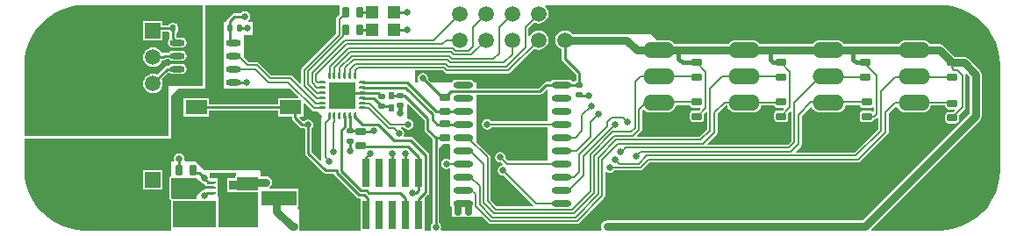
<source format=gtl>
G04 Layer_Physical_Order=1*
G04 Layer_Color=255*
%FSLAX23Y23*%
%MOIN*%
G70*
G01*
G75*
G04:AMPARAMS|DCode=10|XSize=29mil|YSize=39mil|CornerRadius=6mil|HoleSize=0mil|Usage=FLASHONLY|Rotation=0.000|XOffset=0mil|YOffset=0mil|HoleType=Round|Shape=RoundedRectangle|*
%AMROUNDEDRECTD10*
21,1,0.029,0.028,0,0,0.0*
21,1,0.017,0.039,0,0,0.0*
1,1,0.012,0.009,-0.014*
1,1,0.012,-0.009,-0.014*
1,1,0.012,-0.009,0.014*
1,1,0.012,0.009,0.014*
%
%ADD10ROUNDEDRECTD10*%
%ADD11R,0.048X0.048*%
G04:AMPARAMS|DCode=12|XSize=22mil|YSize=24mil|CornerRadius=4mil|HoleSize=0mil|Usage=FLASHONLY|Rotation=270.000|XOffset=0mil|YOffset=0mil|HoleType=Round|Shape=RoundedRectangle|*
%AMROUNDEDRECTD12*
21,1,0.022,0.015,0,0,270.0*
21,1,0.013,0.024,0,0,270.0*
1,1,0.009,-0.008,-0.007*
1,1,0.009,-0.008,0.007*
1,1,0.009,0.008,0.007*
1,1,0.009,0.008,-0.007*
%
%ADD12ROUNDEDRECTD12*%
G04:AMPARAMS|DCode=13|XSize=29mil|YSize=39mil|CornerRadius=6mil|HoleSize=0mil|Usage=FLASHONLY|Rotation=270.000|XOffset=0mil|YOffset=0mil|HoleType=Round|Shape=RoundedRectangle|*
%AMROUNDEDRECTD13*
21,1,0.029,0.028,0,0,270.0*
21,1,0.017,0.039,0,0,270.0*
1,1,0.012,-0.014,-0.009*
1,1,0.012,-0.014,0.009*
1,1,0.012,0.014,0.009*
1,1,0.012,0.014,-0.009*
%
%ADD13ROUNDEDRECTD13*%
%ADD14O,0.075X0.024*%
G04:AMPARAMS|DCode=15|XSize=22mil|YSize=24mil|CornerRadius=4mil|HoleSize=0mil|Usage=FLASHONLY|Rotation=0.000|XOffset=0mil|YOffset=0mil|HoleType=Round|Shape=RoundedRectangle|*
%AMROUNDEDRECTD15*
21,1,0.022,0.015,0,0,0.0*
21,1,0.013,0.024,0,0,0.0*
1,1,0.009,0.007,-0.008*
1,1,0.009,-0.007,-0.008*
1,1,0.009,-0.007,0.008*
1,1,0.009,0.007,0.008*
%
%ADD15ROUNDEDRECTD15*%
%ADD16O,0.057X0.024*%
%ADD17R,0.083X0.055*%
%ADD18R,0.030X0.110*%
G04:AMPARAMS|DCode=19|XSize=52mil|YSize=60mil|CornerRadius=13mil|HoleSize=0mil|Usage=FLASHONLY|Rotation=180.000|XOffset=0mil|YOffset=0mil|HoleType=Round|Shape=RoundedRectangle|*
%AMROUNDEDRECTD19*
21,1,0.052,0.034,0,0,180.0*
21,1,0.026,0.060,0,0,180.0*
1,1,0.026,-0.013,0.017*
1,1,0.026,0.013,0.017*
1,1,0.026,0.013,-0.017*
1,1,0.026,-0.013,-0.017*
%
%ADD19ROUNDEDRECTD19*%
%ADD20R,0.067X0.043*%
%ADD21R,0.134X0.055*%
%ADD22R,0.035X0.063*%
%ADD23R,0.020X0.011*%
%ADD24R,0.024X0.031*%
%ADD25O,0.030X0.010*%
%ADD26O,0.010X0.030*%
%ADD27R,0.100X0.100*%
%ADD28R,0.083X0.065*%
%ADD29C,0.030*%
%ADD30C,0.008*%
%ADD31C,0.010*%
%ADD32C,0.025*%
%ADD33C,0.015*%
%ADD34C,0.059*%
%ADD35R,0.059X0.059*%
%ADD36R,0.059X0.059*%
%ADD37O,0.120X0.060*%
%ADD38C,0.197*%
%ADD39C,0.025*%
G36*
X250Y853D02*
X700D01*
Y640D01*
Y545D01*
X570D01*
Y355D01*
X22D01*
Y625D01*
X22Y626D01*
X24Y655D01*
X30Y684D01*
X39Y712D01*
X53Y739D01*
X69Y764D01*
X89Y786D01*
X111Y806D01*
X136Y822D01*
X163Y836D01*
X191Y845D01*
X220Y851D01*
X249Y853D01*
X250Y853D01*
D02*
G37*
G36*
X1115Y453D02*
X1119Y450D01*
X1123Y450D01*
X1123Y450D01*
X1135D01*
X1155Y430D01*
X1150Y425D01*
Y264D01*
X1145Y262D01*
X1112Y295D01*
Y383D01*
X1114Y384D01*
X1118Y391D01*
X1120Y398D01*
X1118Y406D01*
X1114Y412D01*
X1108Y417D01*
X1100Y418D01*
X1092Y417D01*
X1086Y412D01*
X1080Y412D01*
X1067Y425D01*
X1069Y430D01*
X1082D01*
Y480D01*
X1086Y482D01*
X1115Y453D01*
D02*
G37*
G36*
X3614Y579D02*
Y441D01*
X3208Y34D01*
X2235D01*
X2226Y33D01*
X2219Y28D01*
X2214Y21D01*
X2213Y12D01*
X2214Y3D01*
X2215Y2D01*
X2213Y-3D01*
X1605D01*
X1603Y2D01*
X1603Y2D01*
X1605Y10D01*
X1603Y18D01*
X1599Y24D01*
X1597Y25D01*
Y308D01*
X1615Y326D01*
X1634D01*
X1635Y327D01*
X1640Y323D01*
Y269D01*
X1635Y267D01*
X1633Y268D01*
X1625Y270D01*
X1617Y268D01*
X1611Y264D01*
X1607Y258D01*
X1605Y250D01*
X1607Y242D01*
X1611Y236D01*
X1617Y232D01*
X1625Y230D01*
X1633Y232D01*
X1635Y233D01*
X1640Y231D01*
Y120D01*
Y90D01*
X1645Y85D01*
Y55D01*
Y50D01*
X1760D01*
X1778Y32D01*
X1778D01*
X1786Y24D01*
X1786Y24D01*
X1790Y22D01*
X1794Y21D01*
X1794Y21D01*
X2121D01*
X2121Y21D01*
X2125Y22D01*
X2129Y24D01*
X2224Y120D01*
X2224Y120D01*
X2227Y124D01*
X2228Y128D01*
X2228Y128D01*
Y219D01*
X2231Y220D01*
X2233Y221D01*
X2239Y217D01*
X2246Y215D01*
X2254Y217D01*
X2261Y221D01*
X2262Y224D01*
X2361D01*
X2361Y224D01*
X2366Y225D01*
X2369Y227D01*
X2397Y255D01*
X3189D01*
X3189Y255D01*
X3194Y255D01*
X3197Y258D01*
X3301Y362D01*
X3301Y362D01*
X3304Y365D01*
X3305Y370D01*
X3305Y370D01*
Y442D01*
X3332Y468D01*
X3337Y467D01*
X3339Y463D01*
X3345Y455D01*
X3353Y449D01*
X3362Y446D01*
X3371Y444D01*
X3431D01*
X3441Y446D01*
X3450Y449D01*
X3458Y455D01*
X3464Y463D01*
X3467Y471D01*
X3520D01*
Y470D01*
X3521Y465D01*
X3523Y461D01*
X3528Y458D01*
X3533Y457D01*
X3555D01*
X3557Y452D01*
X3552Y447D01*
X3533D01*
X3528Y446D01*
X3523Y443D01*
X3521Y439D01*
X3520Y434D01*
Y416D01*
X3521Y411D01*
X3523Y407D01*
X3528Y404D01*
X3533Y403D01*
X3560D01*
X3565Y404D01*
X3570Y407D01*
X3572Y411D01*
X3573Y416D01*
Y434D01*
X3573Y436D01*
X3593Y456D01*
X3593Y456D01*
X3596Y460D01*
X3597Y464D01*
X3597Y464D01*
Y589D01*
X3602Y592D01*
X3614Y579D01*
D02*
G37*
G36*
X1542Y416D02*
Y380D01*
X1543Y376D01*
X1546Y372D01*
X1573Y345D01*
Y313D01*
Y25D01*
X1571Y24D01*
X1567Y18D01*
X1565Y10D01*
X1567Y2D01*
X1567Y2D01*
X1565Y-3D01*
X1542D01*
Y117D01*
X1542Y117D01*
X1542D01*
X1544Y121D01*
X1555Y133D01*
X1558Y137D01*
X1559Y142D01*
Y283D01*
X1558Y288D01*
X1555Y292D01*
X1499Y349D01*
X1495Y351D01*
X1490Y352D01*
X1465D01*
X1463Y357D01*
X1463Y357D01*
X1465Y365D01*
X1463Y373D01*
X1459Y379D01*
X1453Y383D01*
X1451Y384D01*
X1451Y389D01*
X1464D01*
X1466Y386D01*
X1472Y382D01*
X1480Y380D01*
X1488Y382D01*
X1494Y386D01*
X1498Y392D01*
X1500Y400D01*
X1498Y408D01*
X1494Y414D01*
X1488Y418D01*
X1480Y420D01*
X1480Y420D01*
X1475Y424D01*
Y477D01*
X1480Y479D01*
X1542Y416D01*
D02*
G37*
G36*
X825Y205D02*
X825Y205D01*
X823Y203D01*
X823Y200D01*
Y195D01*
X792D01*
Y143D01*
X829D01*
X829Y143D01*
X909D01*
Y110D01*
X910D01*
Y10D01*
X760D01*
Y125D01*
X755D01*
Y185D01*
Y194D01*
X725D01*
Y215D01*
X825D01*
Y205D01*
D02*
G37*
G36*
X750Y10D02*
X585D01*
Y110D01*
X750D01*
Y10D01*
D02*
G37*
G36*
X680Y191D02*
Y190D01*
X685Y185D01*
X691Y181D01*
X691Y181D01*
X697Y177D01*
X698Y177D01*
X712Y167D01*
X717Y165D01*
X741Y165D01*
X746Y161D01*
Y159D01*
X741Y155D01*
X712Y155D01*
X691Y146D01*
X675Y130D01*
X675Y117D01*
X585D01*
X580Y121D01*
Y195D01*
X676Y195D01*
X680Y191D01*
D02*
G37*
G36*
X910Y180D02*
X909D01*
Y150D01*
X829D01*
Y153D01*
X800D01*
Y187D01*
X829D01*
Y190D01*
X830D01*
Y200D01*
X910D01*
Y180D01*
D02*
G37*
G36*
X2010Y531D02*
Y411D01*
X1796D01*
X1794Y414D01*
X1788Y418D01*
X1780Y420D01*
X1772Y418D01*
X1766Y414D01*
X1762Y408D01*
X1760Y400D01*
X1762Y392D01*
X1766Y386D01*
X1772Y382D01*
X1780Y380D01*
X1788Y382D01*
X1794Y386D01*
X1796Y389D01*
X2010D01*
Y261D01*
X1860D01*
X1849Y272D01*
X1850Y275D01*
X1848Y283D01*
X1844Y289D01*
X1838Y293D01*
X1830Y295D01*
X1822Y293D01*
X1816Y289D01*
X1812Y283D01*
X1810Y275D01*
X1812Y267D01*
X1816Y261D01*
X1822Y257D01*
X1830Y255D01*
X1833Y256D01*
X1839Y250D01*
X1838Y244D01*
X1832Y243D01*
X1826Y239D01*
X1822Y233D01*
X1820Y225D01*
X1822Y217D01*
X1826Y211D01*
X1832Y207D01*
X1840Y205D01*
X1843Y206D01*
X1956Y93D01*
X1954Y88D01*
X1817D01*
X1793Y113D01*
Y274D01*
X1793Y274D01*
X1792Y278D01*
X1789Y282D01*
X1740Y331D01*
Y513D01*
X1980D01*
X1985Y514D01*
X1989Y516D01*
X2005Y533D01*
X2010Y531D01*
D02*
G37*
G36*
X1220Y818D02*
X1210Y807D01*
X1207Y804D01*
X1206Y799D01*
X1206Y799D01*
Y745D01*
X1077Y615D01*
X1075Y612D01*
X1074Y607D01*
X1074Y607D01*
Y557D01*
X1069Y555D01*
X1041Y583D01*
X1037Y585D01*
X1033Y586D01*
X1033Y586D01*
X960D01*
X913Y633D01*
X909Y635D01*
X905Y636D01*
X905Y636D01*
X875D01*
X855Y656D01*
Y665D01*
Y740D01*
X890D01*
Y790D01*
X874D01*
X873Y795D01*
X874Y796D01*
X878Y802D01*
X880Y810D01*
X878Y818D01*
X874Y824D01*
X868Y828D01*
X860Y830D01*
X852Y828D01*
X846Y824D01*
X845Y822D01*
X820D01*
X815Y821D01*
X811Y819D01*
X793Y800D01*
X790Y796D01*
X789Y791D01*
Y790D01*
X780D01*
Y535D01*
X1033Y535D01*
X1064Y504D01*
X1062Y500D01*
X985D01*
Y477D01*
X723D01*
Y500D01*
X627D01*
Y430D01*
X723D01*
Y453D01*
X985D01*
Y430D01*
X1038D01*
Y425D01*
X1039Y420D01*
X1041Y416D01*
X1068Y390D01*
X1072Y387D01*
X1077Y386D01*
X1085D01*
X1086Y384D01*
X1088Y383D01*
Y290D01*
X1089Y285D01*
X1091Y281D01*
X1156Y216D01*
X1160Y214D01*
X1165Y213D01*
X1196D01*
X1197Y211D01*
X1199Y207D01*
X1285Y122D01*
X1289Y119D01*
X1293Y119D01*
X1294D01*
X1298Y117D01*
Y-3D01*
X1067D01*
X1065Y2D01*
X1066Y3D01*
X1067Y12D01*
Y63D01*
X1066Y71D01*
X1061Y78D01*
X1059Y81D01*
X1060Y85D01*
X1062D01*
Y155D01*
X952D01*
X952Y155D01*
X953Y162D01*
X956Y164D01*
X961Y171D01*
X962Y180D01*
X961Y189D01*
X956Y196D01*
X949Y201D01*
X940Y202D01*
X920D01*
Y220D01*
X915Y225D01*
X810D01*
X705Y225D01*
X670Y260D01*
X632Y260D01*
X629Y265D01*
X630Y270D01*
X628Y278D01*
X624Y284D01*
X618Y288D01*
X610Y290D01*
X602Y288D01*
X596Y284D01*
X592Y278D01*
X590Y270D01*
X591Y265D01*
X588Y260D01*
X580D01*
Y202D01*
X577Y202D01*
X575Y200D01*
X573Y198D01*
X573Y195D01*
Y121D01*
X573Y120D01*
X573Y119D01*
X573Y119D01*
X573Y118D01*
X574Y117D01*
X574Y117D01*
X575Y116D01*
X575Y116D01*
X575Y115D01*
X576Y115D01*
X579Y113D01*
X578Y113D01*
X578Y110D01*
Y10D01*
X578Y7D01*
X580Y5D01*
X580Y5D01*
Y-3D01*
X250D01*
X249Y-3D01*
X220Y-1D01*
X191Y5D01*
X163Y14D01*
X136Y28D01*
X111Y44D01*
X89Y64D01*
X69Y86D01*
X53Y111D01*
X39Y138D01*
X30Y166D01*
X24Y195D01*
X22Y224D01*
X22Y225D01*
Y345D01*
X580D01*
Y508D01*
X607Y535D01*
X710Y535D01*
Y853D01*
X1220D01*
Y818D01*
D02*
G37*
G36*
X3530Y851D02*
X3559Y845D01*
X3587Y836D01*
X3614Y822D01*
X3639Y806D01*
X3661Y786D01*
X3681Y764D01*
X3697Y739D01*
X3711Y712D01*
X3720Y684D01*
X3726Y655D01*
X3728Y626D01*
X3728Y625D01*
Y225D01*
X3728Y224D01*
X3726Y195D01*
X3720Y166D01*
X3711Y138D01*
X3697Y111D01*
X3681Y86D01*
X3661Y64D01*
X3639Y44D01*
X3614Y28D01*
X3587Y14D01*
X3559Y5D01*
X3530Y-1D01*
X3501Y-3D01*
X3500Y-3D01*
X3240D01*
X3239Y2D01*
X3652Y416D01*
X3657Y423D01*
X3659Y431D01*
Y589D01*
X3657Y597D01*
X3652Y604D01*
X3607Y649D01*
X3600Y654D01*
X3591Y656D01*
X3556D01*
X3514Y698D01*
X3507Y702D01*
X3498Y704D01*
X3461D01*
X3458Y708D01*
X3450Y714D01*
X3441Y718D01*
X3431Y719D01*
X3371D01*
X3362Y718D01*
X3353Y714D01*
X3345Y708D01*
X3342Y704D01*
X3136D01*
X3133Y708D01*
X3125Y714D01*
X3116Y718D01*
X3106Y719D01*
X3046D01*
X3037Y718D01*
X3028Y714D01*
X3020Y708D01*
X3017Y704D01*
X2816D01*
X2813Y708D01*
X2805Y714D01*
X2796Y718D01*
X2786Y719D01*
X2726D01*
X2717Y718D01*
X2708Y714D01*
X2700Y708D01*
X2697Y704D01*
X2491D01*
X2488Y708D01*
X2480Y714D01*
X2471Y718D01*
X2461Y719D01*
X2426D01*
X2409Y736D01*
X2402Y741D01*
X2393Y742D01*
X2104D01*
X2101Y746D01*
X2093Y752D01*
X2085Y756D01*
X2075Y757D01*
X2065Y756D01*
X2057Y752D01*
X2049Y746D01*
X2043Y738D01*
X2039Y730D01*
X2038Y720D01*
X2039Y710D01*
X2043Y702D01*
X2049Y694D01*
X2057Y688D01*
X2063Y686D01*
Y650D01*
X2064Y645D01*
X2066Y641D01*
X2118Y590D01*
Y566D01*
X2114Y564D01*
X2112Y561D01*
X2103D01*
X2101Y564D01*
X2095Y568D01*
X2088Y569D01*
X2036D01*
X2029Y568D01*
X2023Y564D01*
X2021Y561D01*
X2004D01*
X1999Y560D01*
X1995Y557D01*
X1975Y537D01*
X1740D01*
Y560D01*
X1730D01*
X1727Y564D01*
X1721Y568D01*
X1714Y569D01*
X1662D01*
X1655Y568D01*
X1649Y564D01*
X1646Y560D01*
X1567D01*
X1554Y573D01*
X1555Y575D01*
X1553Y583D01*
X1549Y589D01*
X1543Y593D01*
X1535Y595D01*
X1527Y593D01*
X1521Y589D01*
X1517Y583D01*
X1515Y575D01*
X1517Y567D01*
X1518Y565D01*
X1516Y560D01*
X1505D01*
Y604D01*
X1612D01*
X1619Y597D01*
X1619Y597D01*
X1623Y594D01*
X1627Y593D01*
X1627Y593D01*
X1859D01*
X1859Y593D01*
X1864Y594D01*
X1867Y597D01*
X1958Y687D01*
X1965Y684D01*
X1975Y683D01*
X1985Y684D01*
X1993Y688D01*
X2001Y694D01*
X2007Y702D01*
X2011Y710D01*
X2012Y720D01*
X2011Y730D01*
X2007Y738D01*
X2001Y746D01*
X1993Y752D01*
X1985Y756D01*
X1975Y757D01*
X1965Y756D01*
X1957Y752D01*
X1949Y746D01*
X1943Y738D01*
X1941Y734D01*
X1936Y735D01*
Y765D01*
X1958Y787D01*
X1965Y784D01*
X1975Y783D01*
X1985Y784D01*
X1993Y788D01*
X2001Y794D01*
X2007Y802D01*
X2011Y810D01*
X2012Y820D01*
X2011Y830D01*
X2007Y838D01*
X2001Y846D01*
X1999Y848D01*
X2001Y853D01*
X3500D01*
X3501Y853D01*
X3530Y851D01*
D02*
G37*
G36*
X3196Y470D02*
X3198Y466D01*
X3203Y463D01*
X3208Y462D01*
X3235D01*
X3240Y463D01*
X3244Y465D01*
X3247Y464D01*
X3249Y463D01*
Y451D01*
X3247Y449D01*
X3244Y449D01*
X3240Y451D01*
X3235Y452D01*
X3208D01*
X3203Y451D01*
X3198Y448D01*
X3196Y444D01*
X3195Y439D01*
Y421D01*
X3196Y416D01*
X3198Y412D01*
X3203Y409D01*
X3208Y408D01*
X3235D01*
X3240Y409D01*
X3245Y412D01*
X3247Y416D01*
X3250Y419D01*
X3254Y420D01*
X3258Y422D01*
X3261Y425D01*
X3265Y423D01*
Y381D01*
X3176Y292D01*
X2953D01*
X2951Y297D01*
X2971Y317D01*
X2971Y317D01*
X2974Y320D01*
X2975Y325D01*
X2975Y325D01*
Y432D01*
X3008Y466D01*
X3013Y465D01*
X3014Y463D01*
X3020Y455D01*
X3028Y449D01*
X3037Y446D01*
X3046Y444D01*
X3106D01*
X3116Y446D01*
X3125Y449D01*
X3133Y455D01*
X3139Y463D01*
X3143Y472D01*
X3143Y472D01*
X3195D01*
X3196Y470D01*
D02*
G37*
G36*
X2551D02*
X2553Y466D01*
X2558Y463D01*
X2563Y462D01*
X2588D01*
X2590Y457D01*
X2585Y452D01*
X2563D01*
X2558Y451D01*
X2553Y448D01*
X2551Y444D01*
X2550Y439D01*
Y421D01*
X2551Y416D01*
X2553Y412D01*
X2558Y409D01*
X2563Y408D01*
X2590D01*
X2595Y409D01*
X2600Y412D01*
X2602Y416D01*
X2603Y421D01*
Y439D01*
X2603Y439D01*
X2611Y446D01*
X2615Y444D01*
Y381D01*
X2586Y352D01*
X2352D01*
X2350Y357D01*
X2364Y371D01*
X2364Y371D01*
X2367Y374D01*
X2368Y379D01*
X2368Y379D01*
Y450D01*
X2373Y456D01*
X2375Y455D01*
X2383Y449D01*
X2392Y446D01*
X2401Y444D01*
X2461D01*
X2471Y446D01*
X2480Y449D01*
X2488Y455D01*
X2494Y463D01*
X2498Y472D01*
X2498Y472D01*
X2550D01*
X2551Y470D01*
D02*
G37*
G36*
X2871D02*
X2873Y466D01*
X2878Y463D01*
X2883Y462D01*
X2905D01*
X2907Y457D01*
X2902Y452D01*
X2883D01*
X2878Y451D01*
X2873Y448D01*
X2871Y444D01*
X2870Y439D01*
Y421D01*
X2871Y416D01*
X2873Y412D01*
X2878Y409D01*
X2883Y408D01*
X2910D01*
X2915Y409D01*
X2920Y412D01*
X2922Y416D01*
X2923Y421D01*
Y439D01*
X2923Y441D01*
X2931Y448D01*
X2935Y446D01*
Y336D01*
X2921Y322D01*
X2618D01*
X2616Y327D01*
X2651Y362D01*
X2651Y362D01*
X2654Y365D01*
X2655Y370D01*
X2655Y370D01*
Y439D01*
X2686Y471D01*
X2691D01*
X2694Y463D01*
X2700Y455D01*
X2708Y449D01*
X2717Y446D01*
X2726Y444D01*
X2786D01*
X2796Y446D01*
X2805Y449D01*
X2813Y455D01*
X2819Y463D01*
X2822Y471D01*
X2870D01*
X2871Y470D01*
D02*
G37*
%LPC*%
G36*
X547Y792D02*
X473D01*
Y718D01*
X547D01*
Y753D01*
X569D01*
X571Y749D01*
X574Y747D01*
Y726D01*
X574Y725D01*
X572Y724D01*
X568Y717D01*
X567Y710D01*
X568Y703D01*
X572Y696D01*
X579Y692D01*
X586Y691D01*
X619D01*
X627Y692D01*
X633Y696D01*
X637Y703D01*
X639Y710D01*
X637Y717D01*
X633Y724D01*
X627Y728D01*
X619Y729D01*
X601D01*
X599Y731D01*
Y747D01*
X601Y749D01*
X604Y753D01*
X605Y757D01*
Y773D01*
X604Y777D01*
X601Y781D01*
X597Y783D01*
X593Y784D01*
X580D01*
X575Y783D01*
X571Y781D01*
X569Y777D01*
X547D01*
Y792D01*
D02*
G37*
G36*
X510Y692D02*
X500Y691D01*
X492Y687D01*
X484Y681D01*
X478Y673D01*
X474Y665D01*
X473Y655D01*
X474Y645D01*
X478Y637D01*
X484Y629D01*
X492Y623D01*
X500Y619D01*
X510Y618D01*
X520Y619D01*
X528Y623D01*
X536Y629D01*
X542Y637D01*
X544Y643D01*
X550D01*
X555Y644D01*
X559Y646D01*
X560Y648D01*
X572D01*
X572Y646D01*
X579Y642D01*
X586Y641D01*
X619D01*
X627Y642D01*
X633Y646D01*
X637Y653D01*
X639Y660D01*
X637Y667D01*
X633Y674D01*
X627Y678D01*
X619Y679D01*
X586D01*
X579Y678D01*
X572Y674D01*
X572Y672D01*
X555D01*
X550Y671D01*
X549Y670D01*
X543Y671D01*
X543Y672D01*
X542Y673D01*
X536Y681D01*
X528Y687D01*
X520Y691D01*
X510Y692D01*
D02*
G37*
G36*
X619Y629D02*
X586D01*
X579Y628D01*
X572Y624D01*
X572Y622D01*
X565D01*
X560Y621D01*
X556Y619D01*
X526Y588D01*
X520Y591D01*
X510Y592D01*
X500Y591D01*
X492Y587D01*
X484Y581D01*
X478Y573D01*
X474Y565D01*
X473Y555D01*
X474Y545D01*
X478Y537D01*
X484Y529D01*
X492Y523D01*
X500Y519D01*
X510Y518D01*
X520Y519D01*
X528Y523D01*
X536Y529D01*
X542Y537D01*
X546Y545D01*
X547Y555D01*
X546Y565D01*
X543Y571D01*
X567Y595D01*
X572Y596D01*
X579Y592D01*
X586Y591D01*
X619D01*
X627Y592D01*
X633Y596D01*
X637Y603D01*
X639Y610D01*
X637Y617D01*
X633Y624D01*
X627Y628D01*
X619Y629D01*
D02*
G37*
G36*
X547Y227D02*
X473D01*
Y153D01*
X547D01*
Y227D01*
D02*
G37*
%LPD*%
D10*
X1297Y825D02*
D03*
X1243D02*
D03*
X1297Y760D02*
D03*
X1243D02*
D03*
X662Y225D02*
D03*
X608D02*
D03*
D11*
X1427Y825D02*
D03*
X1344D02*
D03*
X1427Y760D02*
D03*
X1344D02*
D03*
D12*
X2130Y511D02*
D03*
Y549D02*
D03*
X1260Y336D02*
D03*
Y374D02*
D03*
X1450Y471D02*
D03*
Y509D02*
D03*
X1380Y505D02*
D03*
Y468D02*
D03*
D13*
X3546Y580D02*
D03*
Y634D02*
D03*
X3216Y580D02*
D03*
Y634D02*
D03*
X2576Y580D02*
D03*
Y634D02*
D03*
X1620Y402D02*
D03*
Y348D02*
D03*
X3221Y484D02*
D03*
Y430D02*
D03*
X3546Y479D02*
D03*
Y425D02*
D03*
X2896Y580D02*
D03*
Y634D02*
D03*
X2896Y484D02*
D03*
Y430D02*
D03*
X2576Y484D02*
D03*
Y430D02*
D03*
X1620Y448D02*
D03*
Y502D02*
D03*
X1300Y318D02*
D03*
Y372D02*
D03*
D14*
X1688Y550D02*
D03*
Y500D02*
D03*
Y450D02*
D03*
Y400D02*
D03*
Y350D02*
D03*
Y300D02*
D03*
Y250D02*
D03*
Y200D02*
D03*
Y150D02*
D03*
Y100D02*
D03*
X2062Y550D02*
D03*
Y500D02*
D03*
Y450D02*
D03*
Y400D02*
D03*
Y350D02*
D03*
Y300D02*
D03*
Y250D02*
D03*
Y200D02*
D03*
Y150D02*
D03*
Y100D02*
D03*
D15*
X839Y765D02*
D03*
X801D02*
D03*
X624D02*
D03*
X586D02*
D03*
D16*
X603Y710D02*
D03*
Y660D02*
D03*
Y610D02*
D03*
Y560D02*
D03*
X817Y710D02*
D03*
Y660D02*
D03*
Y610D02*
D03*
Y560D02*
D03*
D17*
X675Y465D02*
D03*
Y288D02*
D03*
X1033D02*
D03*
Y465D02*
D03*
D18*
X1520Y215D02*
D03*
Y55D02*
D03*
X1470Y215D02*
D03*
Y55D02*
D03*
X1420Y215D02*
D03*
Y55D02*
D03*
X1370Y215D02*
D03*
Y55D02*
D03*
X1320Y215D02*
D03*
Y55D02*
D03*
D19*
X797Y80D02*
D03*
X722D02*
D03*
D20*
X870Y177D02*
D03*
Y73D02*
D03*
D21*
X988Y120D02*
D03*
X1192D02*
D03*
D22*
X775Y170D02*
D03*
D23*
X738Y140D02*
D03*
Y160D02*
D03*
Y180D02*
D03*
Y200D02*
D03*
X812D02*
D03*
Y180D02*
D03*
Y160D02*
D03*
Y140D02*
D03*
D24*
X1415Y509D02*
D03*
Y461D02*
D03*
D25*
X1307Y461D02*
D03*
Y480D02*
D03*
Y500D02*
D03*
Y520D02*
D03*
Y540D02*
D03*
Y559D02*
D03*
X1153Y559D02*
D03*
Y540D02*
D03*
Y520D02*
D03*
Y500D02*
D03*
Y480D02*
D03*
Y461D02*
D03*
D26*
X1279Y587D02*
D03*
X1260D02*
D03*
X1240D02*
D03*
X1220D02*
D03*
X1200D02*
D03*
X1181D02*
D03*
X1181Y433D02*
D03*
X1200D02*
D03*
X1220D02*
D03*
X1240D02*
D03*
X1260D02*
D03*
X1279D02*
D03*
D27*
X1230Y510D02*
D03*
D28*
X630Y150D02*
D03*
Y70D02*
D03*
D29*
X3636Y431D02*
Y589D01*
X3591Y634D02*
X3636Y589D01*
X3546Y634D02*
X3591D01*
X2235Y12D02*
X3217D01*
X3636Y431D01*
X870Y177D02*
X873Y180D01*
X940D01*
X1190Y120D02*
Y170D01*
X980Y112D02*
X988Y120D01*
X980Y70D02*
Y112D01*
X3168Y682D02*
X3401D01*
X3076D02*
X3168D01*
X2756D02*
X3076D01*
X1150Y120D02*
Y170D01*
X2075Y720D02*
X2310D01*
X2348Y682D01*
X2431D01*
X3401D02*
X3498D01*
X3546Y634D01*
X980Y70D02*
X1038Y12D01*
X1045D01*
X2431Y682D02*
X2756D01*
D30*
X2121Y32D02*
X2216Y128D01*
Y267D01*
X2201Y134D02*
Y273D01*
X2115Y47D02*
X2201Y134D01*
X2108Y62D02*
X2186Y140D01*
Y279D01*
X2102Y77D02*
X2171Y146D01*
Y286D01*
X2130Y287D02*
X2236Y393D01*
X2130Y220D02*
Y287D01*
X2110Y200D02*
X2130Y220D01*
X2062Y200D02*
X2110D01*
X2085Y145D02*
X2145Y205D01*
Y280D01*
X2265Y400D01*
X905Y625D02*
X955Y575D01*
X870Y625D02*
X905D01*
X835Y660D02*
X870Y625D01*
X949Y560D02*
X1024D01*
X899Y610D02*
X949Y560D01*
X817Y610D02*
X899D01*
X955Y575D02*
X1033D01*
X1128Y480D01*
X1024Y560D02*
X1123Y461D01*
X1200Y410D02*
Y433D01*
X1195Y405D02*
X1200Y410D01*
X1195Y295D02*
Y405D01*
X1165Y275D02*
X1180Y260D01*
X1165Y275D02*
Y405D01*
X1181Y421D01*
Y433D01*
X1736Y90D02*
X1794Y32D01*
X1813Y77D02*
X2102D01*
X1781Y109D02*
X1813Y77D01*
X1807Y62D02*
X2108D01*
X1766Y102D02*
X1807Y62D01*
X1800Y47D02*
X2115D01*
X1751Y96D02*
X1800Y47D01*
X1794Y32D02*
X2121D01*
X1411Y400D02*
X1480D01*
X1425Y385D02*
X1445Y365D01*
X1405Y385D02*
X1425D01*
X1925Y691D02*
Y770D01*
X1233Y749D02*
X1243Y760D01*
X1218Y799D02*
X1243Y825D01*
X1128Y480D02*
X1153D01*
X1123Y461D02*
X1153D01*
X1331Y480D02*
X1411Y400D01*
X1307Y480D02*
X1331D01*
X1329Y461D02*
X1405Y385D01*
X1307Y461D02*
X1329D01*
X1625Y250D02*
X1688D01*
X1625Y720D02*
X1675D01*
X1925Y770D02*
X1975Y820D01*
X1825Y770D02*
X1875Y820D01*
X1725Y695D02*
Y770D01*
X1775Y820D01*
X1705Y350D02*
X1781Y274D01*
X1720Y150D02*
X1736Y134D01*
Y91D02*
Y134D01*
X1736Y90D02*
X1736Y91D01*
X1736Y90D02*
Y90D01*
X1715Y200D02*
X1751Y164D01*
Y96D02*
Y164D01*
X1715Y300D02*
X1766Y249D01*
Y102D02*
Y249D01*
X1781Y109D02*
Y274D01*
X1688Y200D02*
X1715D01*
X1688Y150D02*
X1720D01*
X1780Y400D02*
X2062D01*
X1855Y250D02*
X2062D01*
X1830Y275D02*
X1855Y250D01*
X2251Y425D02*
X2296D01*
X2236Y410D02*
X2251Y425D01*
X2236Y393D02*
Y410D01*
X2085Y145D02*
Y147D01*
X2257Y371D02*
X2327D01*
X2171Y286D02*
X2257Y371D01*
X2263Y356D02*
X2333D01*
X2186Y279D02*
X2263Y356D01*
X2269Y341D02*
X2590D01*
X2201Y273D02*
X2269Y341D01*
X2275Y326D02*
X2599D01*
X2216Y267D02*
X2275Y326D01*
X1965Y100D02*
X2062D01*
X1840Y225D02*
X1965Y100D01*
X2386Y281D02*
X3180D01*
X2355Y250D02*
X2386Y281D01*
X2281Y250D02*
X2355D01*
X2392Y266D02*
X3189D01*
X2361Y235D02*
X2392Y266D01*
X2246Y235D02*
X2361D01*
X2266Y265D02*
X2281Y250D01*
X2346Y280D02*
X2362Y296D01*
X2934D01*
X2286Y295D02*
X2291D01*
X2296Y425D02*
X2311Y410D01*
X2291Y295D02*
X2306Y311D01*
X2383Y482D02*
X2431D01*
X2356Y455D02*
X2383Y482D01*
X2356Y379D02*
Y455D01*
X2333Y356D02*
X2356Y379D01*
X2327Y371D02*
X2341Y385D01*
X2934Y296D02*
X2963Y325D01*
X2306Y311D02*
X2925D01*
X2946Y332D01*
X2599Y326D02*
X2643Y370D01*
X2590Y341D02*
X2626Y377D01*
X3543Y482D02*
X3546Y479D01*
X3401Y482D02*
X3543D01*
X3546Y425D02*
X3585Y464D01*
X3216Y628D02*
Y634D01*
X2896D02*
X2930Y600D01*
Y464D02*
Y600D01*
X2896Y430D02*
X2930Y464D01*
X2576Y634D02*
X2610Y600D01*
Y462D02*
Y600D01*
X2579Y430D02*
X2610Y462D01*
X2576Y430D02*
X2579D01*
X3329Y482D02*
X3401D01*
X2963Y325D02*
Y437D01*
X3010Y484D01*
X3221D01*
X2946Y332D02*
Y482D01*
X3046Y582D01*
X3076D01*
X3078Y580D02*
X3216D01*
X3076Y582D02*
X3078Y580D01*
X2895Y582D02*
X2896Y580D01*
X2756Y582D02*
X2895D01*
X2895Y482D02*
X2896Y484D01*
X2756Y482D02*
X2895D01*
X2681D02*
X2756D01*
X2643Y444D02*
X2681Y482D01*
X2643Y370D02*
Y444D01*
X2626Y377D02*
Y537D01*
X2671Y582D01*
X2756D01*
X2431Y482D02*
X2433Y484D01*
X2576D01*
X2575Y582D02*
X2576Y580D01*
X2431Y582D02*
X2575D01*
X2171Y410D02*
X2201Y440D01*
X3189Y266D02*
X3293Y370D01*
X3180Y281D02*
X3276Y377D01*
X3293Y370D02*
Y446D01*
X3329Y482D01*
X3216Y628D02*
X3260Y584D01*
X3221Y430D02*
X3250D01*
X3260Y440D01*
Y584D01*
X1181Y587D02*
Y618D01*
X1200Y587D02*
Y617D01*
X1220Y587D02*
Y615D01*
X1240Y587D02*
Y614D01*
X1859Y604D02*
X1975Y720D01*
X1719Y664D02*
X1775Y720D01*
X1610Y705D02*
X1625Y720D01*
X1240D02*
X1575D01*
X1675Y820D01*
X1648Y690D02*
X1658Y679D01*
X1709D01*
X1259Y675D02*
X1641D01*
X1652Y664D01*
X1635Y660D02*
X1646Y649D01*
X1629Y645D02*
X1640Y634D01*
X1623Y630D02*
X1633Y619D01*
X1617Y615D02*
X1627Y604D01*
X1709Y679D02*
X1725Y695D01*
X1652Y664D02*
X1719D01*
X1633Y619D02*
X1853D01*
X1925Y691D01*
X1627Y604D02*
X1859D01*
X1646Y649D02*
X1804D01*
X1825Y670D01*
Y770D01*
X1640Y634D02*
X1844D01*
X1875Y665D01*
Y720D01*
X1240Y614D02*
X1271Y645D01*
X1629D01*
X1220Y615D02*
X1265Y660D01*
X1635D01*
X1200Y617D02*
X1259Y675D01*
X1181Y618D02*
X1252Y690D01*
X1648D01*
X1246Y705D02*
X1610D01*
X1280Y630D02*
X1623D01*
X1260Y587D02*
Y610D01*
X1280Y630D01*
X1279Y587D02*
Y604D01*
X1290Y615D01*
X1617D01*
X1233Y734D02*
Y749D01*
X1218Y740D02*
Y799D01*
X1085Y607D02*
X1218Y740D01*
X1100Y601D02*
X1233Y734D01*
X1115Y595D02*
X1240Y720D01*
X1130Y589D02*
X1246Y705D01*
X1130Y565D02*
Y589D01*
Y565D02*
X1136Y559D01*
X1153D01*
X1085Y546D02*
X1131Y500D01*
X1100Y553D02*
X1133Y520D01*
X1115Y559D02*
X1134Y540D01*
X1115Y559D02*
Y595D01*
X1134Y540D02*
X1153D01*
X1100Y553D02*
Y601D01*
X1133Y520D02*
X1153D01*
X1085Y546D02*
Y607D01*
X1131Y500D02*
X1153D01*
X2341Y385D02*
Y561D01*
X2362Y582D01*
X2431D01*
X3546Y614D02*
Y634D01*
Y614D02*
X3554Y606D01*
X3567D01*
X3585Y464D02*
Y587D01*
X3567Y606D02*
X3585Y587D01*
X2062Y350D02*
X2115D01*
X2140Y375D01*
X2062Y300D02*
X2120D01*
X2171Y351D01*
Y410D01*
X2140Y375D02*
Y434D01*
X2176Y470D01*
X3276Y377D02*
Y526D01*
X3330Y580D01*
X3546D01*
D31*
X1470Y215D02*
Y290D01*
X1420Y215D02*
Y290D01*
X1320Y275D02*
X1335Y290D01*
X1320Y215D02*
Y275D01*
X624Y765D02*
X625Y766D01*
Y795D01*
X839Y765D02*
X870D01*
X820Y810D02*
X860D01*
X801Y791D02*
X820Y810D01*
X801Y765D02*
Y791D01*
X1535Y575D02*
X1608Y502D01*
X1620D01*
X817Y660D02*
X835D01*
X817Y560D02*
X865D01*
X1150Y120D02*
X1192D01*
X2130Y511D02*
X2131Y510D01*
X2165D01*
X2130Y549D02*
Y595D01*
X2075Y650D02*
X2130Y595D01*
X2075Y650D02*
Y720D01*
X1620Y502D02*
X1643Y525D01*
X1260Y300D02*
Y336D01*
X1225Y376D02*
X1240Y391D01*
X1300Y318D02*
X1303Y315D01*
X1480D01*
X1520Y275D01*
Y215D02*
Y275D01*
X1490Y340D02*
X1547Y283D01*
X1427Y340D02*
X1490D01*
X1367Y400D02*
X1427Y340D01*
X1033Y288D02*
X1035Y290D01*
Y335D01*
X675Y288D02*
Y345D01*
X1298Y374D02*
X1300Y372D01*
X1260Y374D02*
X1298D01*
X1347Y372D02*
X1350Y375D01*
X1300Y372D02*
X1347D01*
X1450Y509D02*
X1467D01*
X1547Y142D02*
Y283D01*
X1240Y520D02*
X1307D01*
X1230Y510D02*
X1240Y520D01*
X1427Y825D02*
X1475D01*
X1427Y760D02*
X1475D01*
X1297D02*
X1344D01*
X1297Y825D02*
X1344D01*
X1305Y400D02*
X1367D01*
X1520Y55D02*
Y115D01*
X1547Y142D01*
X1279Y426D02*
X1305Y400D01*
X1279Y426D02*
Y433D01*
X1100Y290D02*
Y398D01*
Y290D02*
X1165Y225D01*
X1240Y391D02*
Y433D01*
X801Y726D02*
X817Y710D01*
X801Y726D02*
Y765D01*
X586Y726D02*
X603Y710D01*
X586Y726D02*
Y765D01*
X510Y755D02*
X520Y765D01*
X586D01*
X510Y555D02*
X565Y610D01*
X603D01*
X510Y655D02*
X550D01*
X555Y660D01*
X603D01*
X675Y465D02*
X1033D01*
X1260Y381D02*
Y433D01*
X1366Y520D02*
X1380Y505D01*
X1307Y520D02*
X1366D01*
X1348Y500D02*
X1380Y468D01*
X1307Y500D02*
X1348D01*
X1415Y509D02*
X1450D01*
X1380Y468D02*
X1409D01*
X720Y180D02*
X738D01*
X705Y195D02*
X720Y180D01*
X685Y215D02*
X705Y195D01*
X672Y215D02*
X685D01*
X715Y140D02*
X738D01*
X705Y130D02*
X715Y140D01*
X610Y227D02*
Y270D01*
X1325Y55D02*
Y120D01*
X1300Y148D02*
X1321D01*
X1329Y140D01*
X1208Y216D02*
X1293Y131D01*
X1314D01*
X1325Y120D01*
X1225Y223D02*
Y376D01*
Y223D02*
X1300Y148D01*
X1165Y225D02*
X1208D01*
Y216D02*
Y225D01*
X1329Y140D02*
X1450D01*
X1470Y120D01*
Y55D02*
Y120D01*
X1643Y525D02*
X1980D01*
X2004Y549D01*
X2130D01*
X1033Y465D02*
X1050Y448D01*
Y425D02*
Y448D01*
Y425D02*
X1077Y398D01*
X1100D01*
X1585Y10D02*
Y350D01*
X1590Y400D02*
X1688D01*
X1571Y419D02*
X1590Y400D01*
X1467Y509D02*
X1554Y421D01*
Y380D02*
Y421D01*
Y380D02*
X1585Y350D01*
X1307Y559D02*
X1476D01*
X1585Y450D01*
X1688D01*
X1307Y540D02*
X1470D01*
X1571Y438D01*
Y419D02*
Y438D01*
X1495Y140D02*
X1510D01*
X1520Y150D01*
Y215D01*
X1585Y350D02*
X1618D01*
X1620Y348D01*
D32*
X1710Y67D02*
Y95D01*
X1670Y67D02*
Y95D01*
D33*
X1450Y443D02*
Y471D01*
X2848Y682D02*
X2855Y675D01*
Y645D02*
Y675D01*
Y645D02*
X2866Y634D01*
X2896D01*
X3168Y647D02*
Y682D01*
Y647D02*
X3181Y634D01*
X3216D01*
X2505Y650D02*
Y675D01*
Y650D02*
X2521Y634D01*
X2576D01*
D34*
X510Y555D02*
D03*
Y655D02*
D03*
Y455D02*
D03*
X1675Y720D02*
D03*
Y820D02*
D03*
X1775Y720D02*
D03*
Y820D02*
D03*
X1875Y720D02*
D03*
Y820D02*
D03*
X1975Y720D02*
D03*
Y820D02*
D03*
X2075Y720D02*
D03*
X510Y90D02*
D03*
D35*
Y755D02*
D03*
Y190D02*
D03*
D36*
X2075Y820D02*
D03*
D37*
X2431Y682D02*
D03*
Y582D02*
D03*
Y482D02*
D03*
Y382D02*
D03*
X3401Y682D02*
D03*
Y582D02*
D03*
Y482D02*
D03*
Y382D02*
D03*
X3076Y682D02*
D03*
Y582D02*
D03*
Y482D02*
D03*
Y382D02*
D03*
X2756Y682D02*
D03*
Y582D02*
D03*
Y482D02*
D03*
Y382D02*
D03*
D38*
X3575Y165D02*
D03*
X1000Y700D02*
D03*
D39*
X1135Y295D02*
D03*
Y430D02*
D03*
X1100Y450D02*
D03*
X1130Y340D02*
D03*
X1620Y310D02*
D03*
Y50D02*
D03*
Y190D02*
D03*
X1560Y50D02*
D03*
Y105D02*
D03*
X1530Y340D02*
D03*
X1560D02*
D03*
X1530Y405D02*
D03*
X1490Y450D02*
D03*
X1820Y550D02*
D03*
X1945D02*
D03*
X1910Y105D02*
D03*
X1825Y110D02*
D03*
X1820Y345D02*
D03*
X1975Y325D02*
D03*
Y470D02*
D03*
X1770D02*
D03*
X625Y795D02*
D03*
X870Y765D02*
D03*
X860Y810D02*
D03*
X1535Y575D02*
D03*
X940Y180D02*
D03*
X1190Y170D02*
D03*
X2165Y510D02*
D03*
X1585Y10D02*
D03*
X1260Y300D02*
D03*
X1495Y140D02*
D03*
X1045Y12D02*
D03*
X2235D02*
D03*
X1335Y290D02*
D03*
X1470D02*
D03*
X1420D02*
D03*
X1480Y400D02*
D03*
X1445Y365D02*
D03*
X1710Y67D02*
D03*
X1670D02*
D03*
X1475Y760D02*
D03*
Y825D02*
D03*
X1100Y398D02*
D03*
X1350Y375D02*
D03*
X1625Y250D02*
D03*
X2176Y470D02*
D03*
X2201Y440D02*
D03*
X1830Y275D02*
D03*
X1780Y400D02*
D03*
X1840Y225D02*
D03*
X2346Y280D02*
D03*
X2246Y235D02*
D03*
X2266Y265D02*
D03*
X2286Y295D02*
D03*
X2265Y400D02*
D03*
X2311Y410D02*
D03*
X1035Y335D02*
D03*
X675Y345D02*
D03*
X980Y70D02*
D03*
X1195Y295D02*
D03*
X1180Y260D02*
D03*
X1450Y443D02*
D03*
X1208Y488D02*
D03*
X1208Y532D02*
D03*
X775Y186D02*
D03*
Y154D02*
D03*
X705Y195D02*
D03*
X695Y30D02*
D03*
X705Y130D02*
D03*
X610Y270D02*
D03*
X1252Y488D02*
D03*
Y532D02*
D03*
X215Y20D02*
D03*
X295D02*
D03*
X440D02*
D03*
X510D02*
D03*
X140Y45D02*
D03*
X90Y105D02*
D03*
X60Y170D02*
D03*
X55Y255D02*
D03*
Y330D02*
D03*
X1105Y60D02*
D03*
X1190D02*
D03*
X1265D02*
D03*
X1005Y220D02*
D03*
X1150Y170D02*
D03*
X1080Y220D02*
D03*
Y170D02*
D03*
X1005D02*
D03*
X755Y430D02*
D03*
X875D02*
D03*
X970D02*
D03*
X675Y520D02*
D03*
X605Y485D02*
D03*
X600Y415D02*
D03*
X515Y330D02*
D03*
X445D02*
D03*
X295D02*
D03*
X220D02*
D03*
X140D02*
D03*
X755Y340D02*
D03*
Y270D02*
D03*
X875Y340D02*
D03*
X880Y270D02*
D03*
X940Y385D02*
D03*
X2145Y835D02*
D03*
X2225D02*
D03*
X2300D02*
D03*
X2375D02*
D03*
X2605D02*
D03*
X2530D02*
D03*
X2455D02*
D03*
X2835D02*
D03*
X2760D02*
D03*
X2685D02*
D03*
X3065D02*
D03*
X2990D02*
D03*
X2915D02*
D03*
X3295D02*
D03*
X3220D02*
D03*
X3145D02*
D03*
X3525D02*
D03*
X3450D02*
D03*
X3375D02*
D03*
X3580Y810D02*
D03*
X3625Y775D02*
D03*
X3670Y725D02*
D03*
X3700Y660D02*
D03*
Y590D02*
D03*
Y525D02*
D03*
Y460D02*
D03*
Y390D02*
D03*
Y320D02*
D03*
Y245D02*
D03*
X3575Y35D02*
D03*
X3445Y90D02*
D03*
X3450Y170D02*
D03*
X3650Y285D02*
D03*
X3150Y235D02*
D03*
X3075D02*
D03*
X3000D02*
D03*
X2925D02*
D03*
X2850D02*
D03*
X2775D02*
D03*
X2700D02*
D03*
X2625D02*
D03*
X2550D02*
D03*
X2475D02*
D03*
Y160D02*
D03*
X2550D02*
D03*
X2625D02*
D03*
X2700D02*
D03*
X2775D02*
D03*
X2700Y85D02*
D03*
X2780D02*
D03*
X2625D02*
D03*
X2550D02*
D03*
X2475D02*
D03*
X2850Y160D02*
D03*
Y85D02*
D03*
X2925Y160D02*
D03*
Y85D02*
D03*
X3000Y160D02*
D03*
Y85D02*
D03*
X3075Y160D02*
D03*
X3150D02*
D03*
X3075Y85D02*
D03*
X3150D02*
D03*
X515Y380D02*
D03*
X445D02*
D03*
X370D02*
D03*
X295D02*
D03*
X200D02*
D03*
X125D02*
D03*
X55D02*
D03*
Y455D02*
D03*
Y525D02*
D03*
Y600D02*
D03*
Y680D02*
D03*
X80Y745D02*
D03*
X200Y830D02*
D03*
X270Y835D02*
D03*
X345D02*
D03*
X425D02*
D03*
X510D02*
D03*
X650Y560D02*
D03*
X865D02*
D03*
X555Y520D02*
D03*
Y420D02*
D03*
X115Y785D02*
D03*
X135Y680D02*
D03*
X130Y600D02*
D03*
X125Y525D02*
D03*
Y455D02*
D03*
X200D02*
D03*
X295D02*
D03*
X370D02*
D03*
X445D02*
D03*
X270Y770D02*
D03*
X345D02*
D03*
X425D02*
D03*
X200D02*
D03*
X425Y680D02*
D03*
Y600D02*
D03*
X420Y520D02*
D03*
X140Y255D02*
D03*
Y170D02*
D03*
X220Y255D02*
D03*
Y170D02*
D03*
X295Y255D02*
D03*
Y170D02*
D03*
X140Y105D02*
D03*
X220D02*
D03*
X295D02*
D03*
X370Y330D02*
D03*
Y255D02*
D03*
Y170D02*
D03*
Y105D02*
D03*
Y20D02*
D03*
X440Y105D02*
D03*
Y170D02*
D03*
X445Y255D02*
D03*
M02*

</source>
